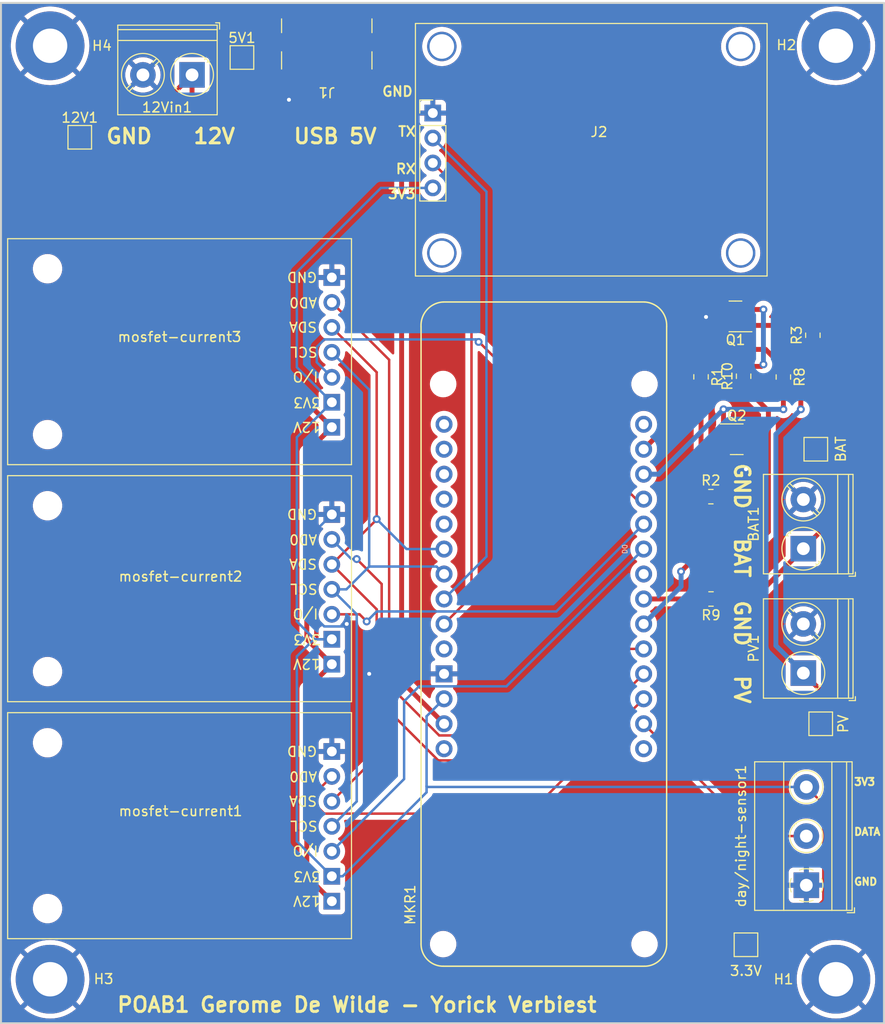
<source format=kicad_pcb>
(kicad_pcb (version 20221018) (generator pcbnew)
  (layers (0 "F.Cu" signal) (31 "B.Cu" signal) (34 "B.Paste" user) (35 "F.Paste" user) (36 "B.SilkS" user "B.Silkscreen") (37 "F.SilkS" user "F.Silkscreen") (38 "B.Mask" user) (39 "F.Mask" user) (44 "Edge.Cuts" user))
  (net 0 "")
  (net 1 "GND")
  (net 2 "VDD")
  (net 3 "+5V")
  (net 4 "+3.3V")
  (net 5 "/LV1")
  (net 6 "/SCL")
  (net 7 "/SDA")
  (net 8 "/MF1")
  (net 9 "/MF2")
  (net 10 "/MF3")
  (net 11 "/VM1")
  (net 12 "/TX")
  (net 13 "/RX")
  (net 14 "Net-(BAT1-Pin_1)")
  (net 20 "unconnected-(J1-SHIELD-PadS1)")
  (net 28 "/VM2")
  (net 29 "/MOSFET-control1")
  (net 30 "/MOSFET-control2")
  (net 31 "Net-(PV1-Pin_1)")
  (net 32 "/CS1")
  (net 33 "/CS2")
  (net 34 "/CS3")
  (net 35 "Net-(Q1-S)")
  (net 36 "Net-(Q2-S)")
  (footprint "MountingHole:MountingHole_3.5mm_Pad" (layer "F.Cu") (at 30 153)
    (fp_text reference "H3" (at 5.45 -0.025) (layer "F.SilkS"))
    (fp_text value "MountingHole_Pad" hide)
    (pad "1" thru_hole circle (at 0 0) (size 7 7) (drill 3.5) (layers "*.Cu" "*.Mask") (net 1 "GND"))
  )
  (footprint "MountingHole:MountingHole_3.5mm_Pad" (layer "F.Cu") (at 110 58)
    (fp_text reference "H2" (at -5.05 -0.075) (layer "F.SilkS"))
    (fp_text value "MountingHole_Pad" hide)
    (pad "1" thru_hole circle (at 0 0) (size 7 7) (drill 3.5) (layers "*.Cu" "*.Mask") (net 1 "GND"))
  )
  (footprint "Package_TO_SOT_SMD:SOT-23" (layer "F.Cu") (at 99.77 85.54 180)
    (fp_text reference "Q1" (at 0 -2.4) (layer "F.SilkS"))
    (fp_text value "BSS138")
    (pad "1" smd roundrect (at -0.9375 -0.95 180) (size 1.475 0.6) (layers "F.Cu" "F.Paste" "F.Mask") (net 30 "/MOSFET-control2"))
    (pad "2" smd roundrect (at -0.9375 0.95 180) (size 1.475 0.6) (layers "F.Cu" "F.Paste" "F.Mask") (net 35 "Net-(Q1-S)"))
    (pad "3" smd roundrect (at 0.9375 0 180) (size 1.475 0.6) (layers "F.Cu" "F.Paste" "F.Mask") (net 1 "GND"))
  )
  (footprint "own_footprints:mosfet-current" (layer "F.Cu") (at 43.18 111.75 180)
    (fp_text reference "mosfet-current2" (at -0.1016 -0.264 unlocked) (layer "F.SilkS"))
    (fp_text value "~")
    (fp_text user "GND" (at -14.09 6.69 180 unlocked) (layer "F.SilkS") (effects (justify left bottom)))
    (fp_text user "12V" (at -14.43 -8.58 180 unlocked) (layer "F.SilkS") (effects (justify left bottom)))
    (fp_text user "3V3" (at -14.45 -6.07 180 unlocked) (layer "F.SilkS") (effects (justify left bottom)))
    (fp_text user "SCL" (at -14.13 -0.93 180 unlocked) (layer "F.SilkS") (effects (justify left bottom)))
    (fp_text user "SDA" (at -14.07 1.62 180 unlocked) (layer "F.SilkS") (effects (justify left bottom)))
    (fp_text user "AD0" (at -14.09 4.1 180 unlocked) (layer "F.SilkS") (effects (justify left bottom)))
    (fp_text user "I/O" (at -14.2 -3.45 180 unlocked) (layer "F.SilkS") (effects (justify left bottom)))
    (pad "" np_thru_hole circle (at 13.44 -9.94 180) (size 2.5 2.5) (drill 2.5) (layers "F&B.Cu" "*.Mask"))
    (pad "" np_thru_hole circle (at 13.44 6.94 180) (size 2.5 2.5) (drill 2.5) (layers "F&B.Cu" "*.Mask"))
    (pad "1" thru_hole rect (at -15.5 -9.19 180) (size 1.7 1.7) (drill 1) (layers "*.Cu" "*.Mask") (net 2 "VDD"))
    (pad "2" thru_hole rect (at -15.5 -6.65 180) (size 1.7 1.7) (drill 1) (layers "*.Cu" "*.Mask") (net 4 "+3.3V"))
    (pad "3" thru_hole oval (at -15.5 -4.11 180) (size 1.7 1.7) (drill 1) (layers "*.Cu" "*.Mask") (net 9 "/MF2"))
    (pad "4" thru_hole circle (at -15.5 -1.57 180) (size 1.7 1.7) (drill 1) (layers "*.Cu" "*.Mask") (net 6 "/SCL"))
    (pad "5" thru_hole oval (at -15.5 0.97 180) (size 1.7 1.7) (drill 1) (layers "*.Cu" "*.Mask") (net 7 "/SDA"))
    (pad "6" thru_hole circle (at -15.5 3.51 180) (size 1.7 1.7) (drill 1) (layers "*.Cu" "*.Mask") (net 33 "/CS2"))
    (pad "7" thru_hole rect (at -15.5 6.05 180) (size 1.7 1.7) (drill 1) (layers "*.Cu" "*.Mask") (net 1 "GND"))
  )
  (footprint "TerminalBlock_Phoenix:TerminalBlock_Phoenix_MKDS-1,5-3_1x03_P5.00mm_Horizontal" (layer "F.Cu") (at 106.985 143.43 90)
    (fp_text reference "day/night-sensor1" (at 5 -6.655 90) (layer "F.SilkS"))
    (fp_text value "Conn_01x03_Pin" hide)
    (pad "1" thru_hole rect (at 0 0 90) (size 2.6 2.6) (drill 1.3) (layers "*.Cu" "*.Mask") (net 1 "GND"))
    (pad "2" thru_hole circle (at 5 0 90) (size 2.6 2.6) (drill 1.3) (layers "*.Cu" "*.Mask") (net 5 "/LV1"))
    (pad "3" thru_hole circle (at 10 0 90) (size 2.6 2.6) (drill 1.3) (layers "*.Cu" "*.Mask") (net 4 "+3.3V"))
  )
  (footprint "Resistor_SMD:R_0805_2012Metric_Pad1.20x1.40mm_HandSolder" (layer "F.Cu") (at 97.266 103.886)
    (fp_text reference "R2" (at 0 -1.65) (layer "F.SilkS"))
    (fp_text value "TBD-pv2")
    (pad "1" smd roundrect (at -1 0) (size 1.2 1.4) (layers "F.Cu" "F.Paste" "F.Mask") (roundrect_rratio 0.2083333333) (net 11 "/VM1"))
    (pad "2" smd roundrect (at 1 0) (size 1.2 1.4) (layers "F.Cu" "F.Paste" "F.Mask") (roundrect_rratio 0.2083333333) (net 36 "Net-(Q2-S)"))
  )
  (footprint "TestPoint:TestPoint_Pad_2.0x2.0mm" (layer "F.Cu") (at 108.45 127 -90)
    (fp_text reference "PV" (at 0 -2.292 90) (layer "F.SilkS"))
    (fp_text value "PV")
    (pad "1" smd rect (at 0 0 270) (size 2 2) (layers "F.Cu" "F.Mask") (net 31 "Net-(PV1-Pin_1)"))
  )
  (footprint "MountingHole:MountingHole_3.5mm_Pad" (layer "F.Cu") (at 30 58)
    (fp_text reference "H4" (at 5.275 0) (layer "F.SilkS"))
    (fp_text value "MountingHole_Pad" hide)
    (pad "1" thru_hole circle (at 0 0) (size 7 7) (drill 3.5) (layers "*.Cu" "*.Mask") (net 1 "GND"))
  )
  (footprint "TestPoint:TestPoint_Pad_2.0x2.0mm" (layer "F.Cu") (at 33.02 67.31)
    (fp_text reference "12V1" (at 0 -1.998) (layer "F.SilkS"))
    (fp_text value "12V")
    (pad "1" smd rect (at 0 0) (size 2 2) (layers "F.Cu" "F.Mask") (net 2 "VDD"))
  )
  (footprint "TerminalBlock_Phoenix:TerminalBlock_Phoenix_PT-1,5-2-5.0-H_1x02_P5.00mm_Horizontal" (layer "F.Cu") (at 44.45 60.96 180)
    (fp_text reference "12Vin1" (at 2.54 -3.31) (layer "F.SilkS"))
    (fp_text value "Screw_Terminal_01x02" hide)
    (pad "1" thru_hole rect (at 0 0 180) (size 2.6 2.6) (drill 1.3) (layers "*.Cu" "*.Mask") (net 2 "VDD"))
    (pad "2" thru_hole circle (at 5 0 180) (size 2.6 2.6) (drill 1.3) (layers "*.Cu" "*.Mask") (net 1 "GND"))
  )
  (footprint "own_footprints:mosfet-current" (layer "F.Cu") (at 43.18 87.63 180)
    (fp_text reference "mosfet-current3" (at 0 0 unlocked) (layer "F.SilkS"))
    (fp_text value "~")
    (fp_text user "12V" (at -14.43 -8.58 180 unlocked) (layer "F.SilkS") (effects (justify left bottom)))
    (fp_text user "SCL" (at -14.13 -0.93 180 unlocked) (layer "F.SilkS") (effects (justify left bottom)))
    (fp_text user "I/O" (at -14.2 -3.45 180 unlocked) (layer "F.SilkS") (effects (justify left bottom)))
    (fp_text user "GND" (at -14.09 6.69 180 unlocked) (layer "F.SilkS") (effects (justify left bottom)))
    (fp_text user "AD0" (at -14.09 4.1 180 unlocked) (layer "F.SilkS") (effects (justify left bottom)))
    (fp_text user "3V3" (at -14.45 -6.07 180 unlocked) (layer "F.SilkS") (effects (justify left bottom)))
    (fp_text user "SDA" (at -14.07 1.62 180 unlocked) (layer "F.SilkS") (effects (justify left bottom)))
    (pad "" np_thru_hole circle (at 13.44 -9.94 180) (size 2.5 2.5) (drill 2.5) (layers "F&B.Cu" "*.Mask"))
    (pad "" np_thru_hole circle (at 13.44 6.94 180) (size 2.5 2.5) (drill 2.5) (layers "F&B.Cu" "*.Mask"))
    (pad "1" thru_hole rect (at -15.5 -9.19 180) (size 1.7 1.7) (drill 1) (layers "*.Cu" "*.Mask") (net 2 "VDD"))
    (pad "2" thru_hole rect (at -15.5 -6.65 180) (size 1.7 1.7) (drill 1) (layers "*.Cu" "*.Mask") (net 4 "+3.3V"))
    (pad "3" thru_hole oval (at -15.5 -4.11 180) (size 1.7 1.7) (drill 1) (layers "*.Cu" "*.Mask") (net 10 "/MF3"))
    (pad "4" thru_hole circle (at -15.5 -1.57 180) (size 1.7 1.7) (drill 1) (layers "*.Cu" "*.Mask") (net 6 "/SCL"))
    (pad "5" thru_hole oval (at -15.5 0.97 180) (size 1.7 1.7) (drill 1) (layers "*.Cu" "*.Mask") (net 7 "/SDA"))
    (pad "6" thru_hole circle (at -15.5 3.51 180) (size 1.7 1.7) (drill 1) (layers "*.Cu" "*.Mask") (net 34 "/CS3"))
    (pad "7" thru_hole rect (at -15.5 6.05 180) (size 1.7 1.7) (drill 1) (layers "*.Cu" "*.Mask") (net 1 "GND"))
  )
  (footprint "TerminalBlock_Phoenix:TerminalBlock_Phoenix_PT-1,5-2-5.0-H_1x02_P5.00mm_Horizontal" (layer "F.Cu") (at 106.68 121.84 90)
    (fp_text reference "PV1" (at 2.5 -5.06 90) (layer "F.SilkS"))
    (fp_text value "Screw_Terminal_01x02" hide)
    (pad "1" thru_hole rect (at 0 0 90) (size 2.6 2.6) (drill 1.3) (layers "*.Cu" "*.Mask") (net 31 "Net-(PV1-Pin_1)"))
    (pad "2" thru_hole circle (at 5 0 90) (size 2.6 2.6) (drill 1.3) (layers "*.Cu" "*.Mask") (net 1 "GND"))
  )
  (footprint "TestPoint:TestPoint_Pad_2.0x2.0mm" (layer "F.Cu") (at 107.95 99.06 180)
    (fp_text reference "BAT" (at -2.54 0 90) (layer "F.SilkS"))
    (fp_text value "BAT")
    (pad "1" smd rect (at 0 0 180) (size 2 2) (layers "F.Cu" "F.Mask") (net 14 "Net-(BAT1-Pin_1)"))
  )
  (footprint "own_footprints:mosfet-current" (layer "F.Cu") (at 43.18 135.87 180)
    (fp_text reference "mosfet-current1" (at -0.1016 -0.02 unlocked) (layer "F.SilkS"))
    (fp_text value "~")
    (fp_text user "12V" (at -14.43 -8.58 180 unlocked) (layer "F.SilkS") (effects (justify left bottom)))
    (fp_text user "I/O" (at -14.2 -3.45 180 unlocked) (layer "F.SilkS") (effects (justify left bottom)))
    (fp_text user "SDA" (at -14.07 1.62 180 unlocked) (layer "F.SilkS") (effects (justify left bottom)))
    (fp_text user "GND" (at -14.09 6.69 180 unlocked) (layer "F.SilkS") (effects (justify left bottom)))
    (fp_text user "SCL" (at -14.13 -0.93 180 unlocked) (layer "F.SilkS") (effects (justify left bottom)))
    (fp_text user "AD0" (at -14.09 4.1 180 unlocked) (layer "F.SilkS") (effects (justify left bottom)))
    (fp_text user "3V3" (at -14.45 -6.07 180 unlocked) (layer "F.SilkS") (effects (justify left bottom)))
    (pad "" np_thru_hole circle (at 13.44 -9.94 180) (size 2.5 2.5) (drill 2.5) (layers "F&B.Cu" "*.Mask"))
    (pad "" np_thru_hole circle (at 13.44 6.94 180) (size 2.5 2.5) (drill 2.5) (layers "F&B.Cu" "*.Mask"))
    (pad "1" thru_hole rect (at -15.5 -9.19 180) (size 1.7 1.7) (drill 1) (layers "*.Cu" "*.Mask") (net 2 "VDD"))
    (pad "2" thru_hole rect (at -15.5 -6.65 180) (size 1.7 1.7) (drill 1) (layers "*.Cu" "*.Mask") (net 4 "+3.3V"))
    (pad "3" thru_hole oval (at -15.5 -4.11 180) (size 1.7 1.7) (drill 1) (layers "*.Cu" "*.Mask") (net 8 "/MF1"))
    (pad "4" thru_hole circle (at -15.5 -1.57 180) (size 1.7 1.7) (drill 1) (layers "*.Cu" "*.Mask") (net 6 "/SCL"))
    (pad "5" thru_hole oval (at -15.5 0.97 180) (size 1.7 1.7) (drill 1) (layers "*.Cu" "*.Mask") (net 7 "/SDA"))
    (pad "6" thru_hole circle (at -15.5 3.51 180) (size 1.7 1.7) (drill 1) (layers "*.Cu" "*.Mask") (net 32 "/CS1"))
    (pad "7" thru_hole rect (at -15.5 6.05 180) (size 1.7 1.7) (drill 1) (layers "*.Cu" "*.Mask") (net 1 "GND"))
  )
  (footprint "Resistor_SMD:R_0805_2012Metric_Pad1.20x1.40mm_HandSolder" (layer "F.Cu") (at 104.648 91.71 -90)
    (fp_text reference "R8" (at 0 -1.65 90) (layer "F.SilkS"))
    (fp_text value "1k")
    (pad "1" smd roundrect (at -1 0 270) (size 1.2 1.4) (layers "F.Cu" "F.Paste" "F.Mask") (roundrect_rratio 0.2083333333) (net 31 "Net-(PV1-Pin_1)"))
    (pad "2" smd roundrect (at 1 0 270) (size 1.2 1.4) (layers "F.Cu" "F.Paste" "F.Mask") (roundrect_rratio 0.2083333333) (net 29 "/MOSFET-control1"))
  )
  (footprint "Resistor_SMD:R_0805_2012Metric_Pad1.20x1.40mm_HandSolder" (layer "F.Cu") (at 107.65 87.46 90)
    (fp_text reference "R3" (at 0 -1.65 90) (layer "F.SilkS"))
    (fp_text value "1k")
    (pad "1" smd roundrect (at -1 0 90) (size 1.2 1.4) (layers "F.Cu" "F.Paste" "F.Mask") (roundrect_rratio 0.2083333333) (net 14 "Net-(BAT1-Pin_1)"))
    (pad "2" smd roundrect (at 1 0 90) (size 1.2 1.4) (layers "F.Cu" "F.Paste" "F.Mask") (roundrect_rratio 0.2083333333) (net 30 "/MOSFET-control2"))
  )
  (footprint "Resistor_SMD:R_0805_2012Metric_Pad1.20x1.40mm_HandSolder" (layer "F.Cu") (at 96.266 91.694 -90)
    (fp_text reference "R1" (at 0 -1.65 90) (layer "F.SilkS"))
    (fp_text value "TBD-pv1")
    (pad "1" smd roundrect (at -1 0 270) (size 1.2 1.4) (layers "F.Cu" "F.Paste" "F.Mask") (roundrect_rratio 0.2083333333) (net 31 "Net-(PV1-Pin_1)"))
    (pad "2" smd roundrect (at 1 0 270) (size 1.2 1.4) (layers "F.Cu" "F.Paste" "F.Mask") (roundrect_rratio 0.2083333333) (net 11 "/VM1"))
  )
  (footprint "Resistor_SMD:R_0805_2012Metric_Pad1.20x1.40mm_HandSolder" (layer "F.Cu") (at 100.6 91.63 90)
    (fp_text reference "R10" (at 0 -1.65 90) (layer "F.SilkS"))
    (fp_text value "TBD-BAT2")
    (pad "1" smd roundrect (at -1 0 90) (size 1.2 1.4) (layers "F.Cu" "F.Paste" "F.Mask") (roundrect_rratio 0.2083333333) (net 28 "/VM2"))
    (pad "2" smd roundrect (at 1 0 90) (size 1.2 1.4) (layers "F.Cu" "F.Paste" "F.Mask") (roundrect_rratio 0.2083333333) (net 35 "Net-(Q1-S)"))
  )
  (footprint "TestPoint:TestPoint_Pad_2.0x2.0mm" (layer "F.Cu") (at 49.53 59.19)
    (fp_text reference "5V1" (at 0 -1.998) (layer "F.SilkS"))
    (fp_text value "5V")
    (pad "1" smd rect (at 0 0) (size 2 2) (layers "F.Cu" "F.Mask") (net 3 "+5V"))
  )
  (footprint "Connector_USB:USB_C_Receptacle_GCT_USB4135-GF-A_6P_TopMnt_Horizontal" (layer "F.Cu") (at 58.166 58.2605 180)
    (fp_text reference "J1" (at 0 -4.4775 180 unlocked) (layer "F.SilkS"))
    (fp_text value "USB_C_Receptacle_PowerOnly_6P" hide)
    (pad "A5" smd rect (at -0.5 -3.0325 180) (size 0.7 1.2) (layers "F.Cu" "F.Paste" "F.Mask"))
    (pad "A9" smd rect (at 1.52 -3.0325) (size 0.76 1.2) (layers "F.Cu" "F.Paste" "F.Mask") (net 3 "+5V"))
    (pad "A12" smd rect (at 2.75 -3.0325) (size 0.8 1.2) (layers "F.Cu" "F.Paste" "F.Mask") (net 1 "GND"))
    (pad "B5" smd rect (at 0.5 -3.0325) (size 0.7 1.2) (layers "F.Cu" "F.Paste" "F.Mask"))
    (pad "B9" smd rect (at -1.52 -3.0325 180) (size 0.76 1.2) (layers "F.Cu" "F.Paste" "F.Mask") (net 3 "+5V"))
    (pad "B12" smd rect (at -2.75 -3.0325 180) (size 0.8 1.2) (layers "F.Cu" "F.Paste" "F.Mask") (net 1 "GND"))
    (pad "S1" smd rect (at -5.125 -2.9775 180) (size 1.8 1.35) (layers "F.Cu" "F.Paste" "F.Mask") (net 20 "unconnected-(J1-SHIELD-PadS1)"))
    (pad "S1" smd rect (at -5.125 0.6025 180) (size 1.8 1.5) (layers "F.Cu" "F.Paste" "F.Mask") (net 20 "unconnected-(J1-SHIELD-PadS1)"))
    (pad "S1" smd rect (at 5.125 -2.9775 180) (size 1.8 1.35) (layers "F.Cu" "F.Paste" "F.Mask") (net 20 "unconnected-(J1-SHIELD-PadS1)"))
    (pad "S1" smd rect (at 5.125 0.6025 180) (size 1.8 1.5) (layers "F.Cu" "F.Paste" "F.Mask") (net 20 "unconnected-(J1-SHIELD-PadS1)"))
  )
  (footprint "Resistor_SMD:R_0805_2012Metric_Pad1.20x1.40mm_HandSolder" (layer "F.Cu") (at 97.282 114.3 180)
    (fp_text reference "R9" (at 0 -1.65) (layer "F.SilkS"))
    (fp_text value "TBD-BAT1")
    (pad "1" smd roundrect (at -1 0 180) (size 1.2 1.4) (layers "F.Cu" "F.Paste" "F.Mask") (roundrect_rratio 0.2083333333) (net 14 "Net-(BAT1-Pin_1)"))
    (pad "2" smd roundrect (at 1 0 180) (size 1.2 1.4) (layers "F.Cu" "F.Paste" "F.Mask") (roundrect_rratio 0.2083333333) (net 28 "/VM2"))
  )
  (footprint "MountingHole:MountingHole_3.5mm_Pad" (layer "F.Cu") (at 110 153)
    (fp_text reference "H1" (at -5.334 0) (layer "F.SilkS"))
    (fp_text value "MountingHole_Pad" hide)
    (pad "1" thru_hole circle (at 0 0) (size 7 7) (drill 3.5) (layers "*.Cu" "*.Mask") (net 1 "GND"))
  )
  (footprint "own_footprints:GYS-GPS" (layer "F.Cu") (at 85.09 68.58)
    (fp_text reference "J2" (at 0.7874 -1.8062 unlocked) (layer "F.SilkS"))
    (fp_text value "GPS")
    (pad "" np_thru_hole circle (at -15.21 -10.51) (size 3 3) (drill 2.5) (layers "F&B.Cu" "*.Mask"))
    (pad "" np_thru_hole circle (at -15.21 10.51) (size 3 3) (drill 2.5) (layers "F&B.Cu" "*.Mask"))
    (pad "" np_thru_hole circle (at 15.21 -10.51) (size 3 3) (drill 2.5) (layers "F&B.Cu" "*.Mask"))
    (pad "" np_thru_hole circle (at 15.21 10.51) (size 3 3) (drill 2.5) (layers "F&B.Cu" "*.Mask"))
    (pad "1" thru_hole rect (at -16.129 -3.7338) (size 1.7 1.7) (drill 1) (layers "*.Cu" "*.Mask") (net 1 "GND"))
    (pad "2" thru_hole oval (at -16.129 -1.1938) (size 1.7 1.7) (drill 1) (layers "*.Cu" "*.Mask") (net 12 "/TX"))
    (pad "3" thru_hole oval (at -16.129 1.3462) (size 1.7 1.7) (drill 1) (layers "*.Cu" "*.Mask") (net 13 "/RX"))
    (pad "4" thru_hole oval (at -16.129 3.8862) (size 1.7 1.7) (drill 1) (layers "*.Cu" "*.Mask") (net 4 "+3.3V"))
  )
  (footprint "TerminalBlock_Phoenix:TerminalBlock_Phoenix_PT-1,5-2-5.0-H_1x02_P5.00mm_Horizontal" (layer "F.Cu") (at 106.68 109.18 90)
    (fp_text reference "BAT1" (at 2.5 -5.06 90) (layer "F.SilkS"))
    (fp_text value "Screw_Terminal_01x02" hide)
    (pad "1" thru_hole rect (at 0 0 90) (size 2.6 2.6) (drill 1.3) (layers "*.Cu" "*.Mask") (net 14 "Net-(BAT1-Pin_1)"))
    (pad "2" thru_hole circle (at 5 0 90) (size 2.6 2.6) (drill 1.3) (layers "*.Cu" "*.Mask") (net 1 "GND"))
  )
  (footprint "Package_TO_SOT_SMD:SOT-23" (layer "F.Cu") (at 99.9005 98.044)
    (fp_text reference "Q2" (at 0 -2.4) (layer "F.SilkS"))
    (fp_text value "BSS138")
    (pad "1" smd roundrect (at -0.9375 -0.95) (size 1.475 0.6) (layers "F.Cu" "F.Paste" "F.Mask") (net 29 "/MOSFET-control1"))
    (pad "2" smd roundrect (at -0.9375 0.95) (size 1.475 0.6) (layers "F.Cu" "F.Paste" "F.Mask") (net 36 "Net-(Q2-S)"))
    (pad "3" smd roundrect (at 0.9375 0) (size 1.475 0.6) (layers "F.Cu" "F.Paste" "F.Mask") (net 1 "GND"))
  )
  (footprint "own_footprints:Arduino_MKR_FOX_1200_Socket" (layer "F.Cu") (at 70.014 149.4248 90)
    (fp_text reference "MKR1" (at 4 -3.35 90 unlocked) (layer "F.SilkS"))
    (fp_text value "Arduino_MKR_WAN_1300_Socket" hide)
    (fp_text user "D0" (at 40.2048 18.505 90 unlocked) (layer "B.SilkS") (effects (font (size 0.5 0.5) (thickness 0.075)) (justify mirror)))
    (fp_text user "D0" (at 40.2048 18.505 90 unlocked) (layer "F.SilkS") (effects (font (size 0.5 0.5) (thickness 0.075))))
    (pad "" np_thru_hole circle (at 0 0 90) (size 2.2 2.2) (drill 2.2) (layers "F&B.Cu" "*.Mask"))
    (pad "" np_thru_hole circle (at 0 20.5 90) (size 2.2 2.2) (drill 2.2) (layers "F&B.Cu" "*.Mask"))
    (pad "" np_thru_hole circle (at 57 0 90) (size 2.2 2.2) (drill 2.2) (layers "F&B.Cu" "*.Mask"))
    (pad "" np_thru_hole circle (at 57 20.5 90) (size 2.2 2.2) (drill 2.2) (layers "F&B.Cu" "*.Mask"))
    (pad "3V3" thru_hole circle (at 24.9648 0.09 90) (size 1.7272 1.7272) (drill 1.016) (layers "*.Cu" "*.Mask") (net 4 "+3.3V"))
    (pad "5V" thru_hole circle (at 19.8848 0.09 90) (size 1.7272 1.7272) (drill 1.016) (layers "*.Cu" "*.Mask"))
    (pad "A0" thru_hole circle (at 22.4248 20.41 90) (size 1.7272 1.7272) (drill 1.016) (layers "*.Cu" "*.Mask") (net 5 "/LV1"))
    (pad "A1" thru_hole circle (at 24.9648 20.41 90) (size 1.7272 1.7272) (drill 1.016) (layers "*.Cu" "*.Mask") (net 32 "/CS1"))
    (pad "A2" thru_hole circle (at 27.5048 20.41 90) (size 1.7272 1.7272) (drill 1.016) (layers "*.Cu" "*.Mask") (net 33 "/CS2"))
    (pad "A3" thru_hole circle (at 30.0448 20.41 90) (size 1.7272 1.7272) (drill 1.016) (layers "*.Cu" "*.Mask") (net 34 "/CS3"))
    (pad "A4" thru_hole circle (at 32.5848 20.41 90) (size 1.7272 1.7272) (drill 1.016) (layers "*.Cu" "*.Mask") (net 11 "/VM1"))
    (pad "A5" thru_hole circle (at 35.1248 20.41 90) (size 1.7272 1.7272) (drill 1.016) (layers "*.Cu" "*.Mask") (net 28 "/VM2"))
    (pad "A6" thru_hole circle (at 37.6648 20.41 90) (size 1.7272 1.7272) (drill 1.016) (layers "*.Cu" "*.Mask"))
    (pad "AREF" thru_hole circle (at 19.8848 20.41 90) (size 1.7272 1.7272) (drill 1.016) (layers "*.Cu" "*.Mask"))
    (pad "D0" thru_hole circle (at 40.2048 20.41 90) (size 1.7272 1.7272) (drill 1.016) (layers "*.Cu" "*.Mask") (net 8 "/MF1"))
    (pad "D1" thru_hole circle (at 42.7448 20.41 90) (size 1.7272 1.7272) (drill 1.016) (layers "*.Cu" "*.Mask") (net 9 "/MF2"))
    (pad "D2" thru_hole circle (at 45.2848 20.41 90) (size 1.7272 1.7272) (drill 1.016) (layers "*.Cu" "*.Mask") (net 10 "/MF3"))
    (pad "D3" thru_hole circle (at 47.8248 20.41 90) (size 1.7272 1.7272) (drill 1.016) (layers "*.Cu" "*.Mask") (net 29 "/MOSFET-control1"))
    (pad "D4" thru_hole circle (at 50.3648 20.41 90) (size 1.7272 1.7272) (drill 1.016) (layers "*.Cu" "*.Mask") (net 30 "/MOSFET-control2"))
    (pad "D5" thru_hole circle (at 52.9048 20.41 90) (size 1.7272 1.7272) (drill 1.016) (layers "*.Cu" "*.Mask"))
    (pad "D6" thru_hole circle (at 52.9048 0.09 90) (size 1.7272 1.7272) (drill 1.016) (layers "*.Cu" "*.Mask"))
    (pad "D7" thru_hole circle (at 50.3648 0.09 90) (size 1.7272 1.7272) (drill 1.016) (layers "*.Cu" "*.Mask"))
    (pad "D8" thru_hole circle (at 47.8248 0.09 90) (size 1.7272 1.7272) (drill 1.016) (layers "*.Cu" "*.Mask"))
    (pad "D9" thru_hole circle (at 45.2848 0.09 90) (size 1.7272 1.7272) (drill 1.016) (layers "*.Cu" "*.Mask"))
    (pad "D10" thru_hole circle (at 42.7448 0.09 90) (size 1.7272 1.7272) (drill 1.016) (layers "*.Cu" "*.Mask"))
    (pad "D11" thru_hole circle (at 40.2048 0.09 90) (size 1.7272 1.7272) (drill 1.016) (layers "*.Cu" "*.Mask") (net 7 "/SDA"))
    (pad "D12" thru_hole circle (at 37.6648 0.09 90) (size 1.7272 1.7272) (drill 1.016) (layers "*.Cu" "*.Mask") (net 6 "/SCL"))
    (pad "D13" thru_hole circle (at 35.1248 0.09 90) (size 1.7272 1.7272) (drill 1.016) (layers "*.Cu" "*.Mask") (net 12 "/TX"))
    (pad "D14" thru_hole circle (at 32.5848 0.09 90) (size 1.7272 1.7272) (drill 1.016) (layers "*.Cu" "*.Mask") (net 13 "/RX"))
    (pad "GND" thru_hole rect (at 27.5048 0.09 90) (size 1.7272 1.7272) (drill 1.016) (layers "*.Cu" "*.Mask") (net 1 "GND"))
    (pad "RST" thru_hole circle (at 30.0448 0.09 90) (size 1.7272 1.7272) (drill 1.016) (layers "*.Cu" "*.Mask"))
    (pad "VIN" thru_hole circle (at 22.4248 0.09 90) (size 1.7272 1.7272) (drill 1.016) (layers "*.Cu" "*.Mask") (net 3 "+5V"))
  )
  (footprint "TestPoint:TestPoint_Pad_2.0x2.0mm" (layer "F.Cu") (at 100.84 149.49)
    (fp_text reference "3.3V" (at -0.002 2.658) (layer "F.SilkS"))
    (fp_text value "3.3V")
    (pad "1" smd rect (at 0 0) (size 2 2) (layers "F.Cu" "F.Mask") (net 4 "+3.3V"))
  )
  (gr_rect (start 25 53.64) (end 114.89 157.48) (stroke (width 0.2)) (fill none) (layer "Edge.Cuts"))
  (gr_text "GND" (at 111.76 143.51) (layer "F.SilkS") (effects (font (size 0.75 0.75) (thickness 0.1875)) (justify left bottom)))
  (gr_text "BAT" (at 99.56 107.95 -90) (layer "F.SilkS") (effects (font (size 1.5 1.5) (thickness 0.3) bold) (justify left bottom)))
  (gr_text "DATA" (at 111.76 138.43) (layer "F.SilkS") (effects (font (size 0.75 0.75) (thickness 0.1875)) (justify left bottom)))
  (gr_text "GND" (at 99.56 100.33 -90) (layer "F.SilkS") (effects (font (size 1.5 1.5) (thickness 0.3) bold) (justify left bottom)))
  (gr_text "GND" (at 35.56 68.08) (layer "F.SilkS") (effects (font (size 1.5 1.5) (thickness 0.3) bold) (justify left bottom)))
  (gr_text "GND" (at 67.016 63.238) (layer "F.SilkS") (effects (font (size 1 1) (thickness 0.2)) (justify right bottom)))
  (gr_text "POAB1 Gerome De Wilde - Yorick Verbiest\n" (at 36.675 156.475) (layer "F.SilkS") (effects (font (size 1.5 1.5) (thickness 0.3) bold) (justify left bottom)))
  (gr_text "RX" (at 67.31 71.12) (layer "F.SilkS") (effects (font (size 1 1) (thickness 0.2)) (justify right bottom)))
  (gr_text "3V3" (at 67.31 73.66) (layer "F.SilkS") (effects (font (size 1 1) (thickness 0.2)) (justify right bottom)))
  (gr_text "PV" (at 99.56 121.92 -90) (layer "F.SilkS") (effects (font (size 1.5 1.5) (thickness 0.3) bold) (justify left bottom)))
  (gr_text "USB 5V" (at 54.65 68.08) (layer "F.SilkS") (effects (font (size 1.5 1.5) (thickness 0.3) bold) (justify left bottom)))
  (gr_text "GND" (at 99.56 114.3 -90) (layer "F.SilkS") (effects (font (size 1.5 1.5) (thickness 0.3) bold) (justify left bottom)))
  (gr_text "TX" (at 67.31 67.31) (layer "F.SilkS") (effects (font (size 1 1) (thickness 0.2)) (justify right bottom)))
  (gr_text "3V3" (at 111.76 133.35) (layer "F.SilkS") (effects (font (size 0.75 0.75) (thickness 0.1875)) (justify left bottom)))
  (gr_text "12V" (at 44.45 68.08) (layer "F.SilkS") (effects (font (size 1.5 1.5) (thickness 0.3) bold) (justify left bottom)))
  (segment (start 100.838 98.044) (end 100.838 101.092) (width 0.5) (layer "F.Cu") (net 1))
  (segment (start 60.916 61.293) (end 64.4692 64.8462) (width 0.5) (layer "F.Cu") (net 1))
  (segment (start 96.832 85.54) (end 96.774 85.598) (width 0.25) (layer "F.Cu") (net 1))
  (segment (start 55.416 62.392) (end 54.316 63.492) (width 0.5) (layer "F.Cu") (net 1))
  (segment (start 98.8325 85.54) (end 96.832 85.54) (width 0.5) (layer "F.Cu") (net 1))
  (segment (start 55.416 61.293) (end 55.416 62.392) (width 0.5) (layer "F.Cu") (net 1))
  (segment (start 64.4692 64.8462) (end 68.961 64.8462) (width 0.5) (layer "F.Cu") (net 1))
  (via (at 100.838 101.092) (size 0.8) (drill 0.4) (layers "F.Cu" "B.Cu") (net 1))
  (via (at 54.316 63.492) (size 0.8) (drill 0.4) (layers "F.Cu" "B.Cu") (net 1))
  (via (at 96.774 85.598) (size 0.8) (drill 0.4) (layers "F.Cu" "B.Cu") (net 1))
  (via (at 60.198 116.84) (size 0.8) (drill 0.4) (layers "F.Cu" "B.Cu") (net 1))
  (via (at 62.484 121.92) (size 0.8) (drill 0.4) (layers "F.Cu" "B.Cu") (net 1))
  (segment (start 56.896 107.484) (end 56.896 116.078) (width 0.25) (layer "B.Cu") (net 1))
  (segment (start 57.912 117.094) (end 59.944 117.094) (width 0.25) (layer "B.Cu") (net 1))
  (segment (start 56.896 116.078) (end 57.912 117.094) (width 0.25) (layer "B.Cu") (net 1))
  (segment (start 59.944 117.094) (end 60.198 116.84) (width 0.25) (layer "B.Cu") (net 1))
  (segment (start 58.68 105.7) (end 56.896 107.484) (width 0.25) (layer "B.Cu") (net 1))
  (segment (start 44.45 60.96) (end 38.1 67.31) (width 0.5) (layer "F.Cu") (net 2))
  (segment (start 56.134 99.366) (end 58.68 96.82) (width 0.5) (layer "F.Cu") (net 2))
  (segment (start 38.1 67.31) (end 33.02 67.31) (width 0.5) (layer "F.Cu") (net 2))
  (segment (start 56.134 118.394) (end 56.134 99.366) (width 0.5) (layer "F.Cu") (net 2))
  (segment (start 58.68 96.82) (end 44.45 82.59) (width 0.5) (layer "F.Cu") (net 2))
  (segment (start 58.68 120.94) (end 56.134 118.394) (width 0.5) (layer "F.Cu") (net 2))
  (segment (start 56.134 142.514) (end 56.134 123.486) (width 0.5) (layer "F.Cu") (net 2))
  (segment (start 44.45 82.59) (end 44.45 60.96) (width 0.5) (layer "F.Cu") (net 2))
  (segment (start 56.134 123.486) (end 58.68 120.94) (width 0.5) (layer "F.Cu") (net 2))
  (segment (start 58.68 145.06) (end 56.134 142.514) (width 0.5) (layer "F.Cu") (net 2))
  (segment (start 56.602 64.254) (end 53.546 67.31) (width 0.5) (layer "F.Cu") (net 3))
  (segment (start 65.786 122.682) (end 65.786 68.358) (width 0.5) (layer "F.Cu") (net 3))
  (segment (start 49.53 65.532) (end 49.53 59.19) (width 0.5) (layer "F.Cu") (net 3))
  (segment (start 59.396 59.682) (end 57.11 59.682) (width 0.5) (layer "F.Cu") (net 3))
  (segment (start 59.686 62.258) (end 59.686 61.293) (width 0.5) (layer "F.Cu") (net 3))
  (segment (start 65.786 68.358) (end 65.492 68.064) (width 0.5) (layer "F.Cu") (net 3))
  (segment (start 59.686 59.972) (end 59.396 59.682) (width 0.5) (layer "F.Cu") (net 3))
  (segment (start 65.492 68.064) (end 59.686 62.258) (width 0.5) (layer "F.Cu") (net 3))
  (segment (start 56.646 61.293) (end 56.602 61.337) (width 0.5) (layer "F.Cu") (net 3))
  (segment (start 57.11 59.682) (end 56.646 60.146) (width 0.5) (layer "F.Cu") (net 3))
  (segment (start 59.686 61.293) (end 59.686 59.972) (width 0.5) (layer "F.Cu") (net 3))
  (segment (start 70.104 127) (end 65.786 122.682) (width 0.5) (layer "F.Cu") (net 3))
  (segment (start 56.602 61.337) (end 56.602 64.254) (width 0.5) (layer "F.Cu") (net 3))
  (segment (start 53.546 67.31) (end 51.308 67.31) (width 0.5) (layer "F.Cu") (net 3))
  (segment (start 56.646 60.146) (end 56.646 61.293) (width 0.5) (layer "F.Cu") (net 3))
  (segment (start 51.308 67.31) (end 49.53 65.532) (width 0.5) (layer "F.Cu") (net 3))
  (segment (start 106.985 133.43) (end 108.712 135.157) (width 0.25) (layer "F.Cu") (net 4))
  (segment (start 108.712 135.157) (end 108.712 144.953) (width 0.25) (layer "F.Cu") (net 4))
  (segment (start 108.712 144.953) (end 104.175 149.49) (width 0.25) (layer "F.Cu") (net 4))
  (segment (start 104.175 149.49) (end 100.84 149.49) (width 0.25) (layer "F.Cu") (net 4))
  (segment (start 68.961 72.4662) (end 63.6778 72.4662) (width 0.25) (layer "B.Cu") (net 4))
  (segment (start 58.68 142.52) (end 59.78 142.52) (width 0.25) (layer "B.Cu") (net 4))
  (segment (start 55.118 138.958) (end 58.68 142.52) (width 0.25) (layer "B.Cu") (net 4))
  (segment (start 55.118 90.718) (end 58.68 94.28) (width 0.25) (layer "B.Cu") (net 4))
  (segment (start 58.68 118.4) (end 56.86 118.4) (width 0.25) (layer "B.Cu") (net 4))
  (segment (start 106.985 133.43) (end 68.406 133.43) (width 0.25) (layer "B.Cu") (net 4))
  (segment (start 68.326 133.974) (end 68.326 133.35) (width 0.25) (layer "B.Cu") (net 4))
  (segment (start 55.118 81.026) (end 55.118 90.718) (width 0.25) (layer "B.Cu") (net 4))
  (segment (start 68.326 126.238) (end 70.104 124.46) (width 0.25) (layer "B.Cu") (net 4))
  (segment (start 55.118 120.142) (end 55.118 138.958) (width 0.25) (layer "B.Cu") (net 4))
  (segment (start 58.68 94.28) (end 55.118 97.842) (width 0.25) (layer "B.Cu") (net 4))
  (segment (start 63.6778 72.4662) (end 55.118 81.026) (width 0.25) (layer "B.Cu") (net 4))
  (segment (start 56.86 118.4) (end 55.118 120.142) (width 0.25) (layer "B.Cu") (net 4))
  (segment (start 68.326 133.35) (end 68.326 126.238) (width 0.25) (layer "B.Cu") (net 4))
  (segment (start 55.118 116.586) (end 56.932 118.4) (width 0.25) (layer "B.Cu") (net 4))
  (segment (start 55.118 97.842) (end 55.118 116.586) (width 0.25) (layer "B.Cu") (net 4))
  (segment (start 56.932 118.4) (end 58.68 118.4) (width 0.25) (layer "B.Cu") (net 4))
  (segment (start 59.78 142.52) (end 68.326 133.974) (width 0.25) (layer "B.Cu") (net 4))
  (segment (start 68.406 133.43) (end 68.326 133.35) (width 0.25) (layer "B.Cu") (net 4))
  (segment (start 106.985 138.43) (end 101.854 138.43) (width 0.25) (layer "F.Cu") (net 5))
  (segment (start 101.854 138.43) (end 90.424 127) (width 0.25) (layer "F.Cu") (net 5))
  (segment (start 62.484 93.004) (end 58.68 89.2) (width 0.25) (layer "B.Cu") (net 6))
  (segment (start 69.342 110.998) (end 70.104 111.76) (width 0.25) (layer "B.Cu") (net 6))
  (segment (start 62.484 110.998) (end 62.484 93.004) (width 0.25) (layer "B.Cu") (net 6))
  (segment (start 58.68 113.32) (end 60.162 113.32) (width 0.25) (layer "B.Cu") (net 6))
  (segment (start 60.162 113.32) (end 62.484 110.998) (width 0.25) (layer "B.Cu") (net 6))
  (segment (start 62.484 110.998) (end 69.342 110.998) (width 0.25) (layer "B.Cu") (net 6))
  (segment (start 61.214 115.854) (end 58.68 113.32) (width 0.25) (layer "B.Cu") (net 6))
  (segment (start 58.68 137.44) (end 61.214 134.906) (width 0.25) (layer "B.Cu") (net 6))
  (segment (start 61.214 134.906) (end 61.214 115.854) (width 0.25) (layer "B.Cu") (net 6))
  (segment (start 63.246 115.346) (end 58.68 110.78) (width 0.25) (layer "F.Cu") (net 7))
  (segment (start 63.246 130.334) (end 63.246 115.346) (width 0.25) (layer "F.Cu") (net 7))
  (segment (start 58.68 134.9) (end 63.246 130.334) (width 0.25) (layer "F.Cu") (net 7))
  (segment (start 58.68 110.78) (end 63.246 106.214) (width 0.25) (layer "F.Cu") (net 7))
  (segment (start 63.246 106.214) (end 63.246 106.172) (width 0.25) (layer "F.Cu") (net 7))
  (segment (start 63.246 106.172) (end 63.246 91.226) (width 0.25) (layer "F.Cu") (net 7))
  (segment (start 63.246 91.226) (end 58.68 86.66) (width 0.25) (layer "F.Cu") (net 7))
  (via (at 63.246 106.172) (size 0.8) (drill 0.4) (layers "F.Cu" "B.Cu") (net 7))
  (segment (start 66.294 109.22) (end 63.246 106.172) (width 0.25) (layer "B.Cu") (net 7))
  (segment (start 70.104 109.22) (end 66.294 109.22) (width 0.25) (layer "B.Cu") (net 7))
  (segment (start 66.04 124.714) (end 67.564 123.19) (width 0.25) (layer "B.Cu") (net 8))
  (segment (start 66.04 132.62) (end 66.04 124.714) (width 0.25) (layer "B.Cu") (net 8))
  (segment (start 67.564 123.19) (end 76.454 123.19) (width 0.25) (layer "B.Cu") (net 8))
  (segment (start 58.68 139.98) (end 66.04 132.62) (width 0.25) (layer "B.Cu") (net 8))
  (segment (start 76.454 123.19) (end 90.424 109.22) (width 0.25) (layer "B.Cu") (net 8))
  (segment (start 58.68 115.86) (end 61.504 115.86) (width 0.25) (layer "F.Cu") (net 9))
  (segment (start 61.504 115.86) (end 62.23 116.586) (width 0.25) (layer "F.Cu") (net 9))
  (via (at 62.23 116.586) (size 0.8) (drill 0.4) (layers "F.Cu" "B.Cu") (net 9))
  (segment (start 81.534 115.57) (end 90.424 106.68) (width 0.25) (layer "B.Cu") (net 9))
  (segment (start 62.23 116.586) (end 63.246 115.57) (width 0.25) (layer "B.Cu") (net 9))
  (segment (start 63.246 115.57) (end 81.534 115.57) (width 0.25) (layer "B.Cu") (net 9))
  (segment (start 89.662 104.14) (end 90.424 104.14) (width 0.25) (layer "F.Cu") (net 10))
  (segment (start 73.66 88.138) (end 89.662 104.14) (width 0.25) (layer "F.Cu") (net 10))
  (segment (start 73.6225 88.138) (end 73.66 88.138) (width 0.25) (layer "F.Cu") (net 10))
  (via (at 73.6225 88.138) (size 0.8) (drill 0.4) (layers "F.Cu" "B.Cu") (net 10))
  (segment (start 57.912 87.884) (end 57.15 88.646) (width 0.25) (layer "B.Cu") (net 10))
  (segment (start 57.15 88.646) (end 57.15 90.21) (width 0.25) (layer "B.Cu") (net 10))
  (segment (start 57.15 90.21) (end 58.68 91.74) (width 0.25) (layer "B.Cu") (net 10))
  (segment (start 73.6225 88.138) (end 73.3685 87.884) (width 0.25) (layer "B.Cu") (net 10))
  (segment (start 73.3685 87.884) (end 57.912 87.884) (width 0.25) (layer "B.Cu") (net 10))
  (segment (start 96.266 109.474) (end 94.234 111.506) (width 0.5) (layer "F.Cu") (net 11))
  (segment (start 96.266 103.886) (end 96.266 109.474) (width 0.5) (layer "F.Cu") (net 11))
  (segment (start 96.266 92.694) (end 96.266 103.886) (width 0.5) (layer "F.Cu") (net 11))
  (via (at 94.234 111.506) (size 0.8) (drill 0.4) (layers "F.Cu" "B.Cu") (net 11))
  (segment (start 94.234 113.03) (end 90.424 116.84) (width 0.5) (layer "B.Cu") (net 11))
  (segment (start 94.234 111.506) (end 94.234 113.03) (width 0.5) (layer "B.Cu") (net 11))
  (segment (start 74.422 109.982) (end 74.422 72.8472) (width 0.25) (layer "B.Cu") (net 12))
  (segment (start 74.422 72.8472) (end 68.961 67.3862) (width 0.25) (layer "B.Cu") (net 12))
  (segment (start 70.104 114.3) (end 74.422 109.982) (width 0.25) (layer "B.Cu") (net 12))
  (segment (start 70.104 116.84) (end 72.898 114.046) (width 0.25) (layer "F.Cu") (net 13))
  (segment (start 72.898 114.046) (end 72.898 73.8632) (width 0.25) (layer "F.Cu") (net 13))
  (segment (start 72.898 73.8632) (end 68.961 69.9262) (width 0.25) (layer "F.Cu") (net 13))
  (segment (start 101.6 114.3) (end 98.282 114.3) (width 0.5) (layer "F.Cu") (net 14))
  (segment (start 106.68 109.18) (end 109.474 106.386) (width 0.5) (layer "F.Cu") (net 14))
  (segment (start 109.474 106.386) (end 109.474 100.584) (width 0.5) (layer "F.Cu") (net 14))
  (segment (start 107.65 88.46) (end 107.95 88.76) (width 0.5) (layer "F.Cu") (net 14))
  (segment (start 107.95 88.76) (end 107.95 99.06) (width 0.5) (layer "F.Cu") (net 14))
  (segment (start 106.68 109.22) (end 101.6 114.3) (width 0.5) (layer "F.Cu") (net 14))
  (segment (start 106.68 109.18) (end 106.68 109.22) (width 0.5) (layer "F.Cu") (net 14))
  (segment (start 109.474 100.584) (end 107.95 99.06) (width 0.5) (layer "F.Cu") (net 14))
  (segment (start 63.291 57.658) (end 53.041 57.658) (width 0.5) (layer "F.Cu") (net 20))
  (segment (start 63.291 57.658) (end 63.291 61.238) (width 0.5) (layer "F.Cu") (net 20))
  (segment (start 53.041 57.658) (end 53.041 61.238) (width 0.5) (layer "F.Cu") (net 20))
  (segment (start 96.282 114.3) (end 90.424 114.3) (width 0.5) (layer "F.Cu") (net 28))
  (segment (start 103.124 95.154) (end 100.6 92.63) (width 0.5) (layer "F.Cu") (net 28))
  (segment (start 96.282 114.3) (end 103.124 107.458) (width 0.5) (layer "F.Cu") (net 28))
  (segment (start 103.124 107.458) (end 103.124 95.154) (width 0.5) (layer "F.Cu") (net 28))
  (segment (start 98.552 94.996) (end 98.552 96.683) (width 0.5) (layer "F.Cu") (net 29))
  (segment (start 98.552 96.683) (end 98.963 97.094) (width 0.5) (layer "F.Cu") (net 29))
  (segment (start 104.648 94.996) (end 104.648 94.742) (width 0.5) (layer "F.Cu") (net 29))
  (segment (start 104.648 92.71) (end 104.648 94.996) (width 0.5) (layer "F.Cu") (net 29))
  (via (at 104.648 94.996) (size 0.8) (drill 0.4) (layers "F.Cu" "B.Cu") (net 29))
  (via (at 98.552 94.996) (size 0.8) (drill 0.4) (layers "F.Cu" "B.Cu") (net 29))
  (segment (start 91.948 101.6) (end 90.424 101.6) (width 0.5) (layer "B.Cu") (net 29))
  (segment (start 104.648 94.996) (end 98.552 94.996) (width 0.5) (layer "B.Cu") (net 29))
  (segment (start 98.552 94.996) (end 91.948 101.6) (width 0.5) (layer "B.Cu") (net 29))
  (segment (start 93.726 90.678) (end 93.726 95.758) (width 0.5) (layer "F.Cu") (net 30))
  (segment (start 107.65 86.46) (end 100.7375 86.46) (width 0.5) (layer "F.Cu") (net 30))
  (segment (start 97.282 87.122) (end 93.726 90.678) (width 0.5) (layer "F.Cu") (net 30))
  (segment (start 100.7075 86.49) (end 100.0755 87.122) (width 0.5) (layer "F.Cu") (net 30))
  (segment (start 100.7375 86.46) (end 100.7075 86.49) (width 0.5) (layer "F.Cu") (net 30))
  (segment (start 93.726 95.758) (end 90.424 99.06) (width 0.5) (layer "F.Cu") (net 30))
  (segment (start 100.0755 87.122) (end 97.282 87.122) (width 0.5) (layer "F.Cu") (net 30))
  (segment (start 102.838 88.9) (end 98.06 88.9) (width 0.5) (layer "F.Cu") (net 31))
  (segment (start 104.648 90.71) (end 102.838 88.9) (width 0.5) (layer "F.Cu") (net 31))
  (segment (start 108.45 127) (end 108.45 123.61) (width 0.5) (layer "F.Cu") (net 31))
  (segment (start 108.45 123.61) (end 106.68 121.84) (width 0.5) (layer "F.Cu") (net 31))
  (segment (start 106.426 94.996) (end 106.426 92.488) (width 0.5) (layer "F.Cu") (net 31))
  (segment (start 106.426 92.488) (end 104.648 90.71) (width 0.5) (layer "F.Cu") (net 31))
  (segment (start 98.06 88.9) (end 96.266 90.694) (width 0.5) (layer "F.Cu") (net 31))
  (via (at 106.426 94.996) (size 0.8) (drill 0.4) (layers "F.Cu" "B.Cu") (net 31))
  (segment (start 106.68 121.84) (end 103.886 119.046) (width 0.5) (layer "B.Cu") (net 31))
  (segment (start 103.886 119.046) (end 103.886 97.536) (width 0.5) (layer "B.Cu") (net 31))
  (segment (start 103.886 97.536) (end 106.426 94.996) (width 0.5) (layer "B.Cu") (net 31))
  (segment (start 57.15 135.382) (end 57.15 133.89) (width 0.25) (layer "F.Cu") (net 32))
  (segment (start 57.912 136.144) (end 57.15 135.382) (width 0.25) (layer "F.Cu") (net 32))
  (segment (start 78.74 136.144) (end 57.912 136.144) (width 0.25) (layer "F.Cu") (net 32))
  (segment (start 90.424 124.46) (end 78.74 136.144) (width 0.25) (layer "F.Cu") (net 32))
  (segment (start 57.15 133.89) (end 58.68 132.36) (width 0.25) (layer "F.Cu") (net 32))
  (segment (start 63.754 124.968) (end 63.754 112.776) (width 0.25) (layer "F.Cu") (net 33))
  (segment (start 81.6154 130.7286) (end 69.5146 130.7286) (width 0.25) (layer "F.Cu") (net 33))
  (segment (start 69.5146 130.7286) (end 63.754 124.968) (width 0.25) (layer "F.Cu") (net 33))
  (segment (start 90.424 121.92) (end 81.6154 130.7286) (width 0.25) (layer "F.Cu") (net 33))
  (segment (start 63.754 112.776) (end 61.214 110.236) (width 0.25) (layer "F.Cu") (net 33))
  (via (at 61.214 110.236) (size 0.8) (drill 0.4) (layers "F.Cu" "B.Cu") (net 33))
  (segment (start 60.676 110.236) (end 58.68 108.24) (width 0.25) (layer "B.Cu") (net 33))
  (segment (start 61.214 110.236) (end 60.676 110.236) (width 0.25) (layer "B.Cu") (net 33))
  (segment (start 90.424 119.38) (end 87.7212 119.38) (width 0.25) (layer "F.Cu") (net 34))
  (segment (start 69.611665 128.1886) (end 64.516 123.092935) (width 0.25) (layer "F.Cu") (net 34))
  (segment (start 87.7212 119.38) (end 78.9126 128.1886) (width 0.25) (layer "F.Cu") (net 34))
  (segment (start 64.516 89.956) (end 58.68 84.12) (width 0.25) (layer "F.Cu") (net 34))
  (segment (start 78.9126 128.1886) (end 69.611665 128.1886) (width 0.25) (layer "F.Cu") (net 34))
  (segment (start 64.516 123.092935) (end 64.516 89.956) (width 0.25) (layer "F.Cu") (net 34))
  (segment (start 100.6 90.63) (end 102.41 90.63) (width 0.5) (layer "F.Cu") (net 35))
  (segment (start 100.9535 84.836) (end 100.7075 84.59) (width 0.5) (layer "F.Cu") (net 35))
  (segment (start 102.41 90.63) (end 102.616 90.424) (width 0.5) (layer "F.Cu") (net 35))
  (segment (start 102.616 84.836) (end 100.9535 84.836) (width 0.5) (layer "F.Cu") (net 35))
  (via (at 102.616 90.424) (size 0.8) (drill 0.4) (layers "F.Cu" "B.Cu") (net 35))
  (via (at 102.616 84.836) (size 0.8) (drill 0.4) (layers "F.Cu" "B.Cu") (net 35))
  (segment (start 102.616 90.424) (end 102.616 84.836) (width 0.5) (layer "B.Cu") (net 35))
  (segment (start 98.266 99.691) (end 98.266 103.886) (width 0.5) (layer "F.Cu") (net 36))
  (segment (start 98.963 98.994) (end 98.266 99.691) (width 0.5) (layer "F.Cu") (net 36))
  (zone (net 1) (net_name "GND") (layers "F&B.Cu") (connect_pads (clearance 0.5)) (min_thickness 0.25) (fill yes (thermal_gap 0.5) (thermal_bridge_width 0.5))
    (polygon (pts (xy 25 157.48) (xy 115 157.48) (xy 115 53.34) (xy 25 53.34)))
  )
  (zone (net 1) (net_name "GND") (layer "B.Cu") (priority 1) (connect_pads (clearance 0.5)) (min_thickness 0.25) (fill yes (thermal_gap 0.5) (thermal_bridge_width 0.5))
    (polygon (pts (xy 25 53.34) (xy 115 53.34) (xy 115 157.48) (xy 25 157.48)))
  )
)
</source>
